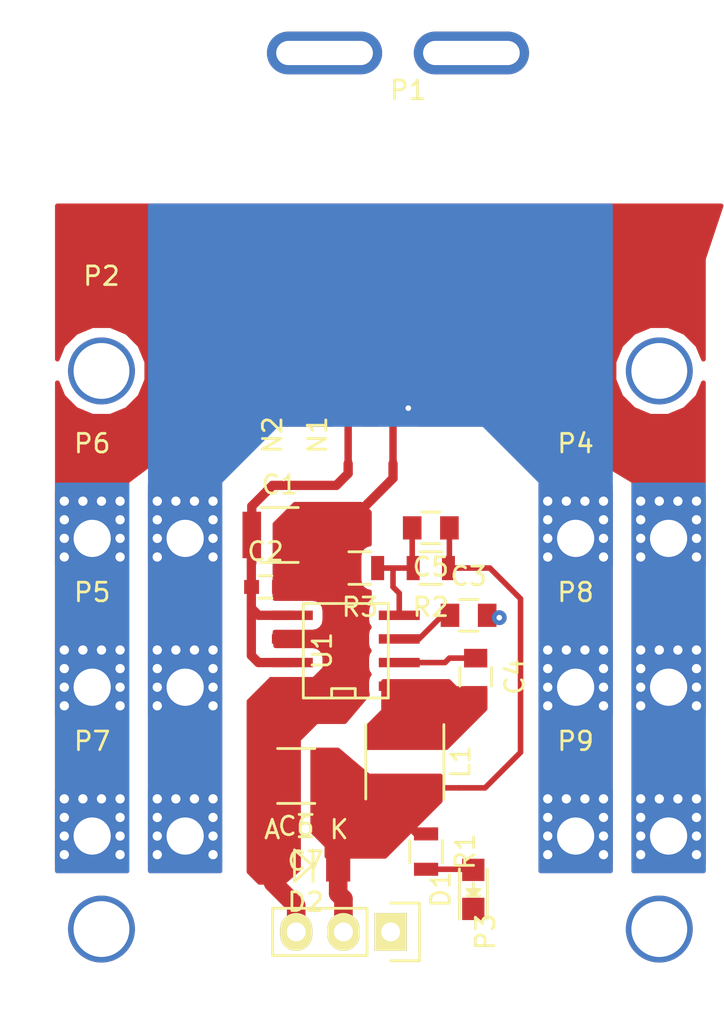
<source format=kicad_pcb>
(kicad_pcb (version 4) (host pcbnew 4.0.4-stable)

  (general
    (links 165)
    (no_connects 6)
    (area 0 0 0 0)
    (thickness 1.6)
    (drawings 0)
    (tracks 85)
    (zones 0)
    (modules 25)
    (nets 12)
  )

  (page A4)
  (layers
    (0 F.Cu signal)
    (31 B.Cu signal)
    (32 B.Adhes user)
    (33 F.Adhes user)
    (34 B.Paste user)
    (35 F.Paste user)
    (36 B.SilkS user)
    (37 F.SilkS user)
    (38 B.Mask user)
    (39 F.Mask user)
    (40 Dwgs.User user)
    (41 Cmts.User user)
    (42 Eco1.User user)
    (43 Eco2.User user)
    (44 Edge.Cuts user)
    (45 Margin user)
    (46 B.CrtYd user)
    (47 F.CrtYd user)
    (48 B.Fab user)
    (49 F.Fab user)
  )

  (setup
    (last_trace_width 0.5)
    (user_trace_width 0.3)
    (user_trace_width 0.5)
    (user_trace_width 1)
    (trace_clearance 0.2)
    (zone_clearance 0.508)
    (zone_45_only no)
    (trace_min 0.2)
    (segment_width 0.2)
    (edge_width 0.15)
    (via_size 0.8)
    (via_drill 0.3)
    (via_min_size 0.4)
    (via_min_drill 0.3)
    (uvia_size 0.3)
    (uvia_drill 0.1)
    (uvias_allowed no)
    (uvia_min_size 0.2)
    (uvia_min_drill 0.1)
    (pcb_text_width 0.3)
    (pcb_text_size 1.5 1.5)
    (mod_edge_width 0.15)
    (mod_text_size 1 1)
    (mod_text_width 0.15)
    (pad_size 1.524 1.524)
    (pad_drill 0.762)
    (pad_to_mask_clearance 0.2)
    (aux_axis_origin 0 0)
    (visible_elements 7FFFF7FF)
    (pcbplotparams
      (layerselection 0x00030_80000001)
      (usegerberextensions false)
      (excludeedgelayer true)
      (linewidth 0.100000)
      (plotframeref false)
      (viasonmask false)
      (mode 1)
      (useauxorigin false)
      (hpglpennumber 1)
      (hpglpenspeed 20)
      (hpglpendiameter 15)
      (hpglpenoverlay 2)
      (psnegative false)
      (psa4output false)
      (plotreference true)
      (plotvalue true)
      (plotinvisibletext false)
      (padsonsilk false)
      (subtractmaskfromsilk false)
      (outputformat 1)
      (mirror false)
      (drillshape 1)
      (scaleselection 1)
      (outputdirectory ""))
  )

  (net 0 "")
  (net 1 /Power_In)
  (net 2 GND)
  (net 3 "Net-(C3-Pad1)")
  (net 4 "Net-(C4-Pad1)")
  (net 5 /SW)
  (net 6 +5V)
  (net 7 /FB)
  (net 8 "Net-(D1-Pad2)")
  (net 9 GNDPWR)
  (net 10 +12V)
  (net 11 "Net-(P3-Pad1)")

  (net_class Default "Dies ist die voreingestellte Netzklasse."
    (clearance 0.2)
    (trace_width 0.25)
    (via_dia 0.8)
    (via_drill 0.3)
    (uvia_dia 0.3)
    (uvia_drill 0.1)
  )

  (net_class Aussen ""
    (clearance 0.5)
    (trace_width 0.25)
    (via_dia 0.8)
    (via_drill 0.3)
    (uvia_dia 0.3)
    (uvia_drill 0.1)
    (add_net +12V)
    (add_net GNDPWR)
  )

  (net_class Innen ""
    (clearance 0.2)
    (trace_width 0.2)
    (via_dia 0.8)
    (via_drill 0.3)
    (uvia_dia 0.3)
    (uvia_drill 0.1)
    (add_net +5V)
    (add_net /FB)
    (add_net /Power_In)
    (add_net /SW)
    (add_net GND)
    (add_net "Net-(C3-Pad1)")
    (add_net "Net-(C4-Pad1)")
    (add_net "Net-(D1-Pad2)")
    (add_net "Net-(P3-Pad1)")
  )

  (module Capacitors_SMD:C_1210 (layer F.Cu) (tedit 5415D85D) (tstamp 58106FCE)
    (at 156.083 59.817)
    (descr "Capacitor SMD 1210, reflow soldering, AVX (see smccp.pdf)")
    (tags "capacitor 1210")
    (path /581055D0)
    (attr smd)
    (fp_text reference C1 (at 0 -2.7) (layer F.SilkS)
      (effects (font (size 1 1) (thickness 0.15)))
    )
    (fp_text value Cin (at 0 2.7) (layer F.Fab)
      (effects (font (size 1 1) (thickness 0.15)))
    )
    (fp_line (start -1.6 1.25) (end -1.6 -1.25) (layer F.Fab) (width 0.15))
    (fp_line (start 1.6 1.25) (end -1.6 1.25) (layer F.Fab) (width 0.15))
    (fp_line (start 1.6 -1.25) (end 1.6 1.25) (layer F.Fab) (width 0.15))
    (fp_line (start -1.6 -1.25) (end 1.6 -1.25) (layer F.Fab) (width 0.15))
    (fp_line (start -2.3 -1.6) (end 2.3 -1.6) (layer F.CrtYd) (width 0.05))
    (fp_line (start -2.3 1.6) (end 2.3 1.6) (layer F.CrtYd) (width 0.05))
    (fp_line (start -2.3 -1.6) (end -2.3 1.6) (layer F.CrtYd) (width 0.05))
    (fp_line (start 2.3 -1.6) (end 2.3 1.6) (layer F.CrtYd) (width 0.05))
    (fp_line (start 1 -1.475) (end -1 -1.475) (layer F.SilkS) (width 0.15))
    (fp_line (start -1 1.475) (end 1 1.475) (layer F.SilkS) (width 0.15))
    (pad 1 smd rect (at -1.5 0) (size 1 2.5) (layers F.Cu F.Paste F.Mask)
      (net 1 /Power_In))
    (pad 2 smd rect (at 1.5 0) (size 1 2.5) (layers F.Cu F.Paste F.Mask)
      (net 2 GND))
    (model Capacitors_SMD.3dshapes/C_1210.wrl
      (at (xyz 0 0 0))
      (scale (xyz 1 1 1))
      (rotate (xyz 0 0 0))
    )
  )

  (module Capacitors_SMD:C_0603 (layer F.Cu) (tedit 5415D631) (tstamp 58106FD4)
    (at 155.321 62.611)
    (descr "Capacitor SMD 0603, reflow soldering, AVX (see smccp.pdf)")
    (tags "capacitor 0603")
    (path /5810562D)
    (attr smd)
    (fp_text reference C2 (at 0 -1.9) (layer F.SilkS)
      (effects (font (size 1 1) (thickness 0.15)))
    )
    (fp_text value Cin100nf (at 0 1.9) (layer F.Fab)
      (effects (font (size 1 1) (thickness 0.15)))
    )
    (fp_line (start -0.8 0.4) (end -0.8 -0.4) (layer F.Fab) (width 0.15))
    (fp_line (start 0.8 0.4) (end -0.8 0.4) (layer F.Fab) (width 0.15))
    (fp_line (start 0.8 -0.4) (end 0.8 0.4) (layer F.Fab) (width 0.15))
    (fp_line (start -0.8 -0.4) (end 0.8 -0.4) (layer F.Fab) (width 0.15))
    (fp_line (start -1.45 -0.75) (end 1.45 -0.75) (layer F.CrtYd) (width 0.05))
    (fp_line (start -1.45 0.75) (end 1.45 0.75) (layer F.CrtYd) (width 0.05))
    (fp_line (start -1.45 -0.75) (end -1.45 0.75) (layer F.CrtYd) (width 0.05))
    (fp_line (start 1.45 -0.75) (end 1.45 0.75) (layer F.CrtYd) (width 0.05))
    (fp_line (start -0.35 -0.6) (end 0.35 -0.6) (layer F.SilkS) (width 0.15))
    (fp_line (start 0.35 0.6) (end -0.35 0.6) (layer F.SilkS) (width 0.15))
    (pad 1 smd rect (at -0.75 0) (size 0.8 0.75) (layers F.Cu F.Paste F.Mask)
      (net 1 /Power_In))
    (pad 2 smd rect (at 0.75 0) (size 0.8 0.75) (layers F.Cu F.Paste F.Mask)
      (net 2 GND))
    (model Capacitors_SMD.3dshapes/C_0603.wrl
      (at (xyz 0 0 0))
      (scale (xyz 1 1 1))
      (rotate (xyz 0 0 0))
    )
  )

  (module Capacitors_SMD:C_0805 (layer F.Cu) (tedit 5415D6EA) (tstamp 58106FDA)
    (at 166.243 64.135)
    (descr "Capacitor SMD 0805, reflow soldering, AVX (see smccp.pdf)")
    (tags "capacitor 0805")
    (path /5810553E)
    (attr smd)
    (fp_text reference C3 (at 0 -2.1) (layer F.SilkS)
      (effects (font (size 1 1) (thickness 0.15)))
    )
    (fp_text value Cvcc (at 0 2.1) (layer F.Fab)
      (effects (font (size 1 1) (thickness 0.15)))
    )
    (fp_line (start -1 0.625) (end -1 -0.625) (layer F.Fab) (width 0.15))
    (fp_line (start 1 0.625) (end -1 0.625) (layer F.Fab) (width 0.15))
    (fp_line (start 1 -0.625) (end 1 0.625) (layer F.Fab) (width 0.15))
    (fp_line (start -1 -0.625) (end 1 -0.625) (layer F.Fab) (width 0.15))
    (fp_line (start -1.8 -1) (end 1.8 -1) (layer F.CrtYd) (width 0.05))
    (fp_line (start -1.8 1) (end 1.8 1) (layer F.CrtYd) (width 0.05))
    (fp_line (start -1.8 -1) (end -1.8 1) (layer F.CrtYd) (width 0.05))
    (fp_line (start 1.8 -1) (end 1.8 1) (layer F.CrtYd) (width 0.05))
    (fp_line (start 0.5 -0.85) (end -0.5 -0.85) (layer F.SilkS) (width 0.15))
    (fp_line (start -0.5 0.85) (end 0.5 0.85) (layer F.SilkS) (width 0.15))
    (pad 1 smd rect (at -1 0) (size 1 1.25) (layers F.Cu F.Paste F.Mask)
      (net 3 "Net-(C3-Pad1)"))
    (pad 2 smd rect (at 1 0) (size 1 1.25) (layers F.Cu F.Paste F.Mask)
      (net 2 GND))
    (model Capacitors_SMD.3dshapes/C_0805.wrl
      (at (xyz 0 0 0))
      (scale (xyz 1 1 1))
      (rotate (xyz 0 0 0))
    )
  )

  (module Capacitors_SMD:C_0805 (layer F.Cu) (tedit 5415D6EA) (tstamp 58106FE0)
    (at 166.624 67.437 270)
    (descr "Capacitor SMD 0805, reflow soldering, AVX (see smccp.pdf)")
    (tags "capacitor 0805")
    (path /58104D5C)
    (attr smd)
    (fp_text reference C4 (at 0 -2.1 270) (layer F.SilkS)
      (effects (font (size 1 1) (thickness 0.15)))
    )
    (fp_text value Cboot (at 0 2.1 270) (layer F.Fab)
      (effects (font (size 1 1) (thickness 0.15)))
    )
    (fp_line (start -1 0.625) (end -1 -0.625) (layer F.Fab) (width 0.15))
    (fp_line (start 1 0.625) (end -1 0.625) (layer F.Fab) (width 0.15))
    (fp_line (start 1 -0.625) (end 1 0.625) (layer F.Fab) (width 0.15))
    (fp_line (start -1 -0.625) (end 1 -0.625) (layer F.Fab) (width 0.15))
    (fp_line (start -1.8 -1) (end 1.8 -1) (layer F.CrtYd) (width 0.05))
    (fp_line (start -1.8 1) (end 1.8 1) (layer F.CrtYd) (width 0.05))
    (fp_line (start -1.8 -1) (end -1.8 1) (layer F.CrtYd) (width 0.05))
    (fp_line (start 1.8 -1) (end 1.8 1) (layer F.CrtYd) (width 0.05))
    (fp_line (start 0.5 -0.85) (end -0.5 -0.85) (layer F.SilkS) (width 0.15))
    (fp_line (start -0.5 0.85) (end 0.5 0.85) (layer F.SilkS) (width 0.15))
    (pad 1 smd rect (at -1 0 270) (size 1 1.25) (layers F.Cu F.Paste F.Mask)
      (net 4 "Net-(C4-Pad1)"))
    (pad 2 smd rect (at 1 0 270) (size 1 1.25) (layers F.Cu F.Paste F.Mask)
      (net 5 /SW))
    (model Capacitors_SMD.3dshapes/C_0805.wrl
      (at (xyz 0 0 0))
      (scale (xyz 1 1 1))
      (rotate (xyz 0 0 0))
    )
  )

  (module Capacitors_SMD:C_0805 (layer F.Cu) (tedit 5415D6EA) (tstamp 58106FE6)
    (at 164.211 59.436 180)
    (descr "Capacitor SMD 0805, reflow soldering, AVX (see smccp.pdf)")
    (tags "capacitor 0805")
    (path /58104F96)
    (attr smd)
    (fp_text reference C5 (at 0 -2.1 180) (layer F.SilkS)
      (effects (font (size 1 1) (thickness 0.15)))
    )
    (fp_text value Cff (at 0 2.1 180) (layer F.Fab)
      (effects (font (size 1 1) (thickness 0.15)))
    )
    (fp_line (start -1 0.625) (end -1 -0.625) (layer F.Fab) (width 0.15))
    (fp_line (start 1 0.625) (end -1 0.625) (layer F.Fab) (width 0.15))
    (fp_line (start 1 -0.625) (end 1 0.625) (layer F.Fab) (width 0.15))
    (fp_line (start -1 -0.625) (end 1 -0.625) (layer F.Fab) (width 0.15))
    (fp_line (start -1.8 -1) (end 1.8 -1) (layer F.CrtYd) (width 0.05))
    (fp_line (start -1.8 1) (end 1.8 1) (layer F.CrtYd) (width 0.05))
    (fp_line (start -1.8 -1) (end -1.8 1) (layer F.CrtYd) (width 0.05))
    (fp_line (start 1.8 -1) (end 1.8 1) (layer F.CrtYd) (width 0.05))
    (fp_line (start 0.5 -0.85) (end -0.5 -0.85) (layer F.SilkS) (width 0.15))
    (fp_line (start -0.5 0.85) (end 0.5 0.85) (layer F.SilkS) (width 0.15))
    (pad 1 smd rect (at -1 0 180) (size 1 1.25) (layers F.Cu F.Paste F.Mask)
      (net 6 +5V))
    (pad 2 smd rect (at 1 0 180) (size 1 1.25) (layers F.Cu F.Paste F.Mask)
      (net 7 /FB))
    (model Capacitors_SMD.3dshapes/C_0805.wrl
      (at (xyz 0 0 0))
      (scale (xyz 1 1 1))
      (rotate (xyz 0 0 0))
    )
  )

  (module Capacitors_SMD:C_1210 (layer F.Cu) (tedit 5415D85D) (tstamp 58106FEC)
    (at 156.972 72.771 180)
    (descr "Capacitor SMD 1210, reflow soldering, AVX (see smccp.pdf)")
    (tags "capacitor 1210")
    (path /58105401)
    (attr smd)
    (fp_text reference C6 (at 0 -2.7 180) (layer F.SilkS)
      (effects (font (size 1 1) (thickness 0.15)))
    )
    (fp_text value Cout (at 0 2.7 180) (layer F.Fab)
      (effects (font (size 1 1) (thickness 0.15)))
    )
    (fp_line (start -1.6 1.25) (end -1.6 -1.25) (layer F.Fab) (width 0.15))
    (fp_line (start 1.6 1.25) (end -1.6 1.25) (layer F.Fab) (width 0.15))
    (fp_line (start 1.6 -1.25) (end 1.6 1.25) (layer F.Fab) (width 0.15))
    (fp_line (start -1.6 -1.25) (end 1.6 -1.25) (layer F.Fab) (width 0.15))
    (fp_line (start -2.3 -1.6) (end 2.3 -1.6) (layer F.CrtYd) (width 0.05))
    (fp_line (start -2.3 1.6) (end 2.3 1.6) (layer F.CrtYd) (width 0.05))
    (fp_line (start -2.3 -1.6) (end -2.3 1.6) (layer F.CrtYd) (width 0.05))
    (fp_line (start 2.3 -1.6) (end 2.3 1.6) (layer F.CrtYd) (width 0.05))
    (fp_line (start 1 -1.475) (end -1 -1.475) (layer F.SilkS) (width 0.15))
    (fp_line (start -1 1.475) (end 1 1.475) (layer F.SilkS) (width 0.15))
    (pad 1 smd rect (at -1.5 0 180) (size 1 2.5) (layers F.Cu F.Paste F.Mask)
      (net 6 +5V))
    (pad 2 smd rect (at 1.5 0 180) (size 1 2.5) (layers F.Cu F.Paste F.Mask)
      (net 2 GND))
    (model Capacitors_SMD.3dshapes/C_1210.wrl
      (at (xyz 0 0 0))
      (scale (xyz 1 1 1))
      (rotate (xyz 0 0 0))
    )
  )

  (module Capacitors_SMD:C_0603 (layer F.Cu) (tedit 5415D631) (tstamp 58106FF2)
    (at 157.48 75.438 180)
    (descr "Capacitor SMD 0603, reflow soldering, AVX (see smccp.pdf)")
    (tags "capacitor 0603")
    (path /58105490)
    (attr smd)
    (fp_text reference C7 (at 0 -1.9 180) (layer F.SilkS)
      (effects (font (size 1 1) (thickness 0.15)))
    )
    (fp_text value Cout100nf (at 0 1.9 180) (layer F.Fab)
      (effects (font (size 1 1) (thickness 0.15)))
    )
    (fp_line (start -0.8 0.4) (end -0.8 -0.4) (layer F.Fab) (width 0.15))
    (fp_line (start 0.8 0.4) (end -0.8 0.4) (layer F.Fab) (width 0.15))
    (fp_line (start 0.8 -0.4) (end 0.8 0.4) (layer F.Fab) (width 0.15))
    (fp_line (start -0.8 -0.4) (end 0.8 -0.4) (layer F.Fab) (width 0.15))
    (fp_line (start -1.45 -0.75) (end 1.45 -0.75) (layer F.CrtYd) (width 0.05))
    (fp_line (start -1.45 0.75) (end 1.45 0.75) (layer F.CrtYd) (width 0.05))
    (fp_line (start -1.45 -0.75) (end -1.45 0.75) (layer F.CrtYd) (width 0.05))
    (fp_line (start 1.45 -0.75) (end 1.45 0.75) (layer F.CrtYd) (width 0.05))
    (fp_line (start -0.35 -0.6) (end 0.35 -0.6) (layer F.SilkS) (width 0.15))
    (fp_line (start 0.35 0.6) (end -0.35 0.6) (layer F.SilkS) (width 0.15))
    (pad 1 smd rect (at -0.75 0 180) (size 0.8 0.75) (layers F.Cu F.Paste F.Mask)
      (net 6 +5V))
    (pad 2 smd rect (at 0.75 0 180) (size 0.8 0.75) (layers F.Cu F.Paste F.Mask)
      (net 2 GND))
    (model Capacitors_SMD.3dshapes/C_0603.wrl
      (at (xyz 0 0 0))
      (scale (xyz 1 1 1))
      (rotate (xyz 0 0 0))
    )
  )

  (module LEDs:LED_0805 (layer F.Cu) (tedit 55BDE1C2) (tstamp 58106FF8)
    (at 166.497 78.867 90)
    (descr "LED 0805 smd package")
    (tags "LED 0805 SMD")
    (path /580F39C8)
    (attr smd)
    (fp_text reference D1 (at 0 -1.75 90) (layer F.SilkS)
      (effects (font (size 1 1) (thickness 0.15)))
    )
    (fp_text value LED (at 0 1.75 90) (layer F.Fab)
      (effects (font (size 1 1) (thickness 0.15)))
    )
    (fp_line (start -0.4 -0.3) (end -0.4 0.3) (layer F.Fab) (width 0.15))
    (fp_line (start -0.3 0) (end 0 -0.3) (layer F.Fab) (width 0.15))
    (fp_line (start 0 0.3) (end -0.3 0) (layer F.Fab) (width 0.15))
    (fp_line (start 0 -0.3) (end 0 0.3) (layer F.Fab) (width 0.15))
    (fp_line (start 1 -0.6) (end -1 -0.6) (layer F.Fab) (width 0.15))
    (fp_line (start 1 0.6) (end 1 -0.6) (layer F.Fab) (width 0.15))
    (fp_line (start -1 0.6) (end 1 0.6) (layer F.Fab) (width 0.15))
    (fp_line (start -1 -0.6) (end -1 0.6) (layer F.Fab) (width 0.15))
    (fp_line (start -1.6 0.75) (end 1.1 0.75) (layer F.SilkS) (width 0.15))
    (fp_line (start -1.6 -0.75) (end 1.1 -0.75) (layer F.SilkS) (width 0.15))
    (fp_line (start -0.1 0.15) (end -0.1 -0.1) (layer F.SilkS) (width 0.15))
    (fp_line (start -0.1 -0.1) (end -0.25 0.05) (layer F.SilkS) (width 0.15))
    (fp_line (start -0.35 -0.35) (end -0.35 0.35) (layer F.SilkS) (width 0.15))
    (fp_line (start 0 0) (end 0.35 0) (layer F.SilkS) (width 0.15))
    (fp_line (start -0.35 0) (end 0 -0.35) (layer F.SilkS) (width 0.15))
    (fp_line (start 0 -0.35) (end 0 0.35) (layer F.SilkS) (width 0.15))
    (fp_line (start 0 0.35) (end -0.35 0) (layer F.SilkS) (width 0.15))
    (fp_line (start 1.9 -0.95) (end 1.9 0.95) (layer F.CrtYd) (width 0.05))
    (fp_line (start 1.9 0.95) (end -1.9 0.95) (layer F.CrtYd) (width 0.05))
    (fp_line (start -1.9 0.95) (end -1.9 -0.95) (layer F.CrtYd) (width 0.05))
    (fp_line (start -1.9 -0.95) (end 1.9 -0.95) (layer F.CrtYd) (width 0.05))
    (pad 2 smd rect (at 1.04902 0 270) (size 1.19888 1.19888) (layers F.Cu F.Paste F.Mask)
      (net 8 "Net-(D1-Pad2)"))
    (pad 1 smd rect (at -1.04902 0 270) (size 1.19888 1.19888) (layers F.Cu F.Paste F.Mask)
      (net 2 GND))
    (model LEDs.3dshapes/LED_0805.wrl
      (at (xyz 0 0 0))
      (scale (xyz 1 1 1))
      (rotate (xyz 0 0 0))
    )
  )

  (module Inductors:Inductor_Taiyo-Yuden_MD-4040 (layer F.Cu) (tedit 57461BF5) (tstamp 58106FFE)
    (at 162.814 72.009 270)
    (descr "Inductor, Taiyo Yuden, MD series, Taiyo-Yuden_MD-4040, 4.0mmx4.0mm")
    (tags "inductor taiyo-yuden md smd")
    (path /58104CFF)
    (attr smd)
    (fp_text reference L1 (at 0 -3 270) (layer F.SilkS)
      (effects (font (size 1 1) (thickness 0.15)))
    )
    (fp_text value L (at 0 3.5 270) (layer F.Fab)
      (effects (font (size 1 1) (thickness 0.15)))
    )
    (fp_line (start -2 -2) (end -2 2) (layer F.Fab) (width 0.15))
    (fp_line (start -2 2) (end 2 2) (layer F.Fab) (width 0.15))
    (fp_line (start 2 2) (end 2 -2) (layer F.Fab) (width 0.15))
    (fp_line (start 2 -2) (end -2 -2) (layer F.Fab) (width 0.15))
    (fp_line (start -2 -2.1) (end 2 -2.1) (layer F.SilkS) (width 0.15))
    (fp_line (start -2 2.1) (end 2 2.1) (layer F.SilkS) (width 0.15))
    (fp_line (start -2.25 -2.25) (end -2.25 2.25) (layer F.CrtYd) (width 0.05))
    (fp_line (start -2.25 2.25) (end 2.25 2.25) (layer F.CrtYd) (width 0.05))
    (fp_line (start 2.25 2.25) (end 2.25 -2.25) (layer F.CrtYd) (width 0.05))
    (fp_line (start 2.25 -2.25) (end -2.25 -2.25) (layer F.CrtYd) (width 0.05))
    (pad 1 smd rect (at -1.4 0 270) (size 1.2 3.7) (layers F.Cu F.Paste F.Mask)
      (net 5 /SW))
    (pad 2 smd rect (at 1.4 0 270) (size 1.2 3.7) (layers F.Cu F.Paste F.Mask)
      (net 6 +5V))
    (model Inductors.3dshapes/Inductor_Taiyo-Yuden_MD-4040.wrl
      (at (xyz 0 0 0))
      (scale (xyz 1 1 1))
      (rotate (xyz 0 0 0))
    )
  )

  (module Pin_Headers:Pin_Header_Straight_1x03 (layer F.Cu) (tedit 0) (tstamp 58107027)
    (at 162.052 81.153 270)
    (descr "Through hole pin header")
    (tags "pin header")
    (path /581068A2)
    (fp_text reference P3 (at 0 -5.1 270) (layer F.SilkS)
      (effects (font (size 1 1) (thickness 0.15)))
    )
    (fp_text value CONN_01X03 (at 0 -3.1 270) (layer F.Fab)
      (effects (font (size 1 1) (thickness 0.15)))
    )
    (fp_line (start -1.75 -1.75) (end -1.75 6.85) (layer F.CrtYd) (width 0.05))
    (fp_line (start 1.75 -1.75) (end 1.75 6.85) (layer F.CrtYd) (width 0.05))
    (fp_line (start -1.75 -1.75) (end 1.75 -1.75) (layer F.CrtYd) (width 0.05))
    (fp_line (start -1.75 6.85) (end 1.75 6.85) (layer F.CrtYd) (width 0.05))
    (fp_line (start -1.27 1.27) (end -1.27 6.35) (layer F.SilkS) (width 0.15))
    (fp_line (start -1.27 6.35) (end 1.27 6.35) (layer F.SilkS) (width 0.15))
    (fp_line (start 1.27 6.35) (end 1.27 1.27) (layer F.SilkS) (width 0.15))
    (fp_line (start 1.55 -1.55) (end 1.55 0) (layer F.SilkS) (width 0.15))
    (fp_line (start 1.27 1.27) (end -1.27 1.27) (layer F.SilkS) (width 0.15))
    (fp_line (start -1.55 0) (end -1.55 -1.55) (layer F.SilkS) (width 0.15))
    (fp_line (start -1.55 -1.55) (end 1.55 -1.55) (layer F.SilkS) (width 0.15))
    (pad 1 thru_hole rect (at 0 0 270) (size 2.032 1.7272) (drill 1.016) (layers *.Cu *.Mask F.SilkS)
      (net 11 "Net-(P3-Pad1)"))
    (pad 2 thru_hole oval (at 0 2.54 270) (size 2.032 1.7272) (drill 1.016) (layers *.Cu *.Mask F.SilkS)
      (net 6 +5V))
    (pad 3 thru_hole oval (at 0 5.08 270) (size 2.032 1.7272) (drill 1.016) (layers *.Cu *.Mask F.SilkS)
      (net 2 GND))
    (model Pin_Headers.3dshapes/Pin_Header_Straight_1x03.wrl
      (at (xyz 0 -0.1 0))
      (scale (xyz 1 1 1))
      (rotate (xyz 0 0 90))
    )
  )

  (module Resistors_SMD:R_0805 (layer F.Cu) (tedit 5415CDEB) (tstamp 5810702D)
    (at 163.957 76.835 270)
    (descr "Resistor SMD 0805, reflow soldering, Vishay (see dcrcw.pdf)")
    (tags "resistor 0805")
    (path /580F3A35)
    (attr smd)
    (fp_text reference R1 (at 0 -2.1 270) (layer F.SilkS)
      (effects (font (size 1 1) (thickness 0.15)))
    )
    (fp_text value R (at 0 2.1 270) (layer F.Fab)
      (effects (font (size 1 1) (thickness 0.15)))
    )
    (fp_line (start -1.6 -1) (end 1.6 -1) (layer F.CrtYd) (width 0.05))
    (fp_line (start -1.6 1) (end 1.6 1) (layer F.CrtYd) (width 0.05))
    (fp_line (start -1.6 -1) (end -1.6 1) (layer F.CrtYd) (width 0.05))
    (fp_line (start 1.6 -1) (end 1.6 1) (layer F.CrtYd) (width 0.05))
    (fp_line (start 0.6 0.875) (end -0.6 0.875) (layer F.SilkS) (width 0.15))
    (fp_line (start -0.6 -0.875) (end 0.6 -0.875) (layer F.SilkS) (width 0.15))
    (pad 1 smd rect (at -0.95 0 270) (size 0.7 1.3) (layers F.Cu F.Paste F.Mask)
      (net 6 +5V))
    (pad 2 smd rect (at 0.95 0 270) (size 0.7 1.3) (layers F.Cu F.Paste F.Mask)
      (net 8 "Net-(D1-Pad2)"))
    (model Resistors_SMD.3dshapes/R_0805.wrl
      (at (xyz 0 0 0))
      (scale (xyz 1 1 1))
      (rotate (xyz 0 0 0))
    )
  )

  (module Resistors_SMD:R_0805 (layer F.Cu) (tedit 5415CDEB) (tstamp 58107033)
    (at 164.211 61.595 180)
    (descr "Resistor SMD 0805, reflow soldering, Vishay (see dcrcw.pdf)")
    (tags "resistor 0805")
    (path /58104F23)
    (attr smd)
    (fp_text reference R2 (at 0 -2.1 180) (layer F.SilkS)
      (effects (font (size 1 1) (thickness 0.15)))
    )
    (fp_text value Rfbt (at 0 2.1 180) (layer F.Fab)
      (effects (font (size 1 1) (thickness 0.15)))
    )
    (fp_line (start -1.6 -1) (end 1.6 -1) (layer F.CrtYd) (width 0.05))
    (fp_line (start -1.6 1) (end 1.6 1) (layer F.CrtYd) (width 0.05))
    (fp_line (start -1.6 -1) (end -1.6 1) (layer F.CrtYd) (width 0.05))
    (fp_line (start 1.6 -1) (end 1.6 1) (layer F.CrtYd) (width 0.05))
    (fp_line (start 0.6 0.875) (end -0.6 0.875) (layer F.SilkS) (width 0.15))
    (fp_line (start -0.6 -0.875) (end 0.6 -0.875) (layer F.SilkS) (width 0.15))
    (pad 1 smd rect (at -0.95 0 180) (size 0.7 1.3) (layers F.Cu F.Paste F.Mask)
      (net 6 +5V))
    (pad 2 smd rect (at 0.95 0 180) (size 0.7 1.3) (layers F.Cu F.Paste F.Mask)
      (net 7 /FB))
    (model Resistors_SMD.3dshapes/R_0805.wrl
      (at (xyz 0 0 0))
      (scale (xyz 1 1 1))
      (rotate (xyz 0 0 0))
    )
  )

  (module Resistors_SMD:R_0805 (layer F.Cu) (tedit 5415CDEB) (tstamp 58107039)
    (at 160.401 61.595 180)
    (descr "Resistor SMD 0805, reflow soldering, Vishay (see dcrcw.pdf)")
    (tags "resistor 0805")
    (path /58104F62)
    (attr smd)
    (fp_text reference R3 (at 0 -2.1 180) (layer F.SilkS)
      (effects (font (size 1 1) (thickness 0.15)))
    )
    (fp_text value Rrfbb (at 0 2.1 180) (layer F.Fab)
      (effects (font (size 1 1) (thickness 0.15)))
    )
    (fp_line (start -1.6 -1) (end 1.6 -1) (layer F.CrtYd) (width 0.05))
    (fp_line (start -1.6 1) (end 1.6 1) (layer F.CrtYd) (width 0.05))
    (fp_line (start -1.6 -1) (end -1.6 1) (layer F.CrtYd) (width 0.05))
    (fp_line (start 1.6 -1) (end 1.6 1) (layer F.CrtYd) (width 0.05))
    (fp_line (start 0.6 0.875) (end -0.6 0.875) (layer F.SilkS) (width 0.15))
    (fp_line (start -0.6 -0.875) (end 0.6 -0.875) (layer F.SilkS) (width 0.15))
    (pad 1 smd rect (at -0.95 0 180) (size 0.7 1.3) (layers F.Cu F.Paste F.Mask)
      (net 7 /FB))
    (pad 2 smd rect (at 0.95 0 180) (size 0.7 1.3) (layers F.Cu F.Paste F.Mask)
      (net 2 GND))
    (model Resistors_SMD.3dshapes/R_0805.wrl
      (at (xyz 0 0 0))
      (scale (xyz 1 1 1))
      (rotate (xyz 0 0 0))
    )
  )

  (module Sven_FP:NetTie-04 (layer F.Cu) (tedit 5810720A) (tstamp 58107493)
    (at 162.179 54.483 270)
    (descr "Just a \"Net tie\" as an more or less elegant way to connect two different nets without disturbing ERC and DRC.")
    (tags "Just a \"Net tie\" as an more or less elegant way to connect two different nets without disturbing ERC and DRC.")
    (path /581060D7)
    (fp_text reference N1 (at -0.04064 4.06908 270) (layer F.SilkS)
      (effects (font (size 1 1) (thickness 0.15)))
    )
    (fp_text value NetTie (at 0 -3.048 270) (layer F.Fab)
      (effects (font (size 1 1) (thickness 0.15)))
    )
    (fp_line (start 1.5 0) (end -1.5 0) (layer F.Cu) (width 0.4))
    (pad 1 smd rect (at -1.5 0 270) (size 0.4 0.4) (layers F.Cu)
      (net 9 GNDPWR))
    (pad 2 smd rect (at 1.5 0 270) (size 0.4 0.4) (layers F.Cu)
      (net 2 GND))
  )

  (module Sven_FP:NetTie-04 (layer F.Cu) (tedit 5810720A) (tstamp 58107498)
    (at 159.766 54.483 270)
    (descr "Just a \"Net tie\" as an more or less elegant way to connect two different nets without disturbing ERC and DRC.")
    (tags "Just a \"Net tie\" as an more or less elegant way to connect two different nets without disturbing ERC and DRC.")
    (path /58105FD3)
    (fp_text reference N2 (at -0.04064 4.06908 270) (layer F.SilkS)
      (effects (font (size 1 1) (thickness 0.15)))
    )
    (fp_text value NetTie (at 0 -3.048 270) (layer F.Fab)
      (effects (font (size 1 1) (thickness 0.15)))
    )
    (fp_line (start 1.5 0) (end -1.5 0) (layer F.Cu) (width 0.4))
    (pad 1 smd rect (at -1.5 0 270) (size 0.4 0.4) (layers F.Cu)
      (net 10 +12V))
    (pad 2 smd rect (at 1.5 0 270) (size 0.4 0.4) (layers F.Cu)
      (net 1 /Power_In))
  )

  (module Sven_FP:PowerPole_1x2 (layer F.Cu) (tedit 581079B3) (tstamp 58107BA9)
    (at 158.496 33.909)
    (path /581069DD)
    (fp_text reference P1 (at 4.5 2) (layer F.SilkS)
      (effects (font (size 1 1) (thickness 0.15)))
    )
    (fp_text value CONN_01X02 (at 4 -2) (layer F.Fab)
      (effects (font (size 1 1) (thickness 0.15)))
    )
    (pad 1 thru_hole oval (at 0 0) (size 6.2 2.3) (drill oval 5.2 1.3) (layers *.Cu *.Mask)
      (net 9 GNDPWR))
    (pad 2 thru_hole oval (at 7.9 0) (size 6.2 2.3) (drill oval 5.2 1.3) (layers *.Cu *.Mask)
      (net 10 +12V))
  )

  (module Diodes_SMD:MiniMELF_Standard (layer F.Cu) (tedit 55364937) (tstamp 5811B433)
    (at 157.48 77.597 180)
    (descr "Diode Mini-MELF Standard")
    (tags "Diode Mini-MELF Standard")
    (path /58123E47)
    (attr smd)
    (fp_text reference D2 (at 0 -1.95 180) (layer F.SilkS)
      (effects (font (size 1 1) (thickness 0.15)))
    )
    (fp_text value TVS (at 0 3.81 180) (layer F.Fab)
      (effects (font (size 1 1) (thickness 0.15)))
    )
    (fp_line (start -2.55 -1) (end 2.55 -1) (layer F.CrtYd) (width 0.05))
    (fp_line (start 2.55 -1) (end 2.55 1) (layer F.CrtYd) (width 0.05))
    (fp_line (start 2.55 1) (end -2.55 1) (layer F.CrtYd) (width 0.05))
    (fp_line (start -2.55 1) (end -2.55 -1) (layer F.CrtYd) (width 0.05))
    (fp_line (start -0.40024 0.0508) (end 0.60052 -0.85) (layer F.SilkS) (width 0.15))
    (fp_line (start 0.60052 -0.85) (end 0.60052 0.85) (layer F.SilkS) (width 0.15))
    (fp_line (start 0.60052 0.85) (end -0.40024 0) (layer F.SilkS) (width 0.15))
    (fp_line (start -0.40024 -0.85) (end -0.40024 0.85) (layer F.SilkS) (width 0.15))
    (fp_text user K (at -1.8 1.95 180) (layer F.SilkS)
      (effects (font (size 1 1) (thickness 0.15)))
    )
    (fp_text user A (at 1.8 1.95 180) (layer F.SilkS)
      (effects (font (size 1 1) (thickness 0.15)))
    )
    (fp_circle (center 0 0) (end 0 0.55118) (layer F.Adhes) (width 0.381))
    (fp_circle (center 0 0) (end 0 0.20066) (layer F.Adhes) (width 0.381))
    (pad 1 smd rect (at -1.75006 0 180) (size 1.30048 1.69926) (layers F.Cu F.Paste F.Mask)
      (net 6 +5V))
    (pad 2 smd rect (at 1.75006 0 180) (size 1.30048 1.69926) (layers F.Cu F.Paste F.Mask)
      (net 2 GND))
    (model Diodes_SMD.3dshapes/MiniMELF_Standard.wrl
      (at (xyz 0 0 0))
      (scale (xyz 0.3937 0.3937 0.3937))
      (rotate (xyz 0 0 0))
    )
  )

  (module Sven_FP:HSOIC-8-Pad (layer F.Cu) (tedit 58109038) (tstamp 5811C8BD)
    (at 159.639 66.04 90)
    (descr "Module Narrow CMS SOJ 8 pins large")
    (tags "CMS SOJ")
    (path /580F3E42)
    (attr smd)
    (fp_text reference U1 (at 0 -1.27 90) (layer F.SilkS)
      (effects (font (size 1 1) (thickness 0.15)))
    )
    (fp_text value LMR23625CDDA (at 0 1.27 90) (layer F.Fab)
      (effects (font (size 1 1) (thickness 0.15)))
    )
    (fp_line (start -2.54 -2.286) (end 2.54 -2.286) (layer F.SilkS) (width 0.15))
    (fp_line (start 2.54 -2.286) (end 2.54 2.286) (layer F.SilkS) (width 0.15))
    (fp_line (start 2.54 2.286) (end -2.54 2.286) (layer F.SilkS) (width 0.15))
    (fp_line (start -2.54 2.286) (end -2.54 -2.286) (layer F.SilkS) (width 0.15))
    (fp_line (start -2.54 -0.762) (end -2.032 -0.762) (layer F.SilkS) (width 0.15))
    (fp_line (start -2.032 -0.762) (end -2.032 0.508) (layer F.SilkS) (width 0.15))
    (fp_line (start -2.032 0.508) (end -2.54 0.508) (layer F.SilkS) (width 0.15))
    (pad 8 smd rect (at -1.905 -2.875 90) (size 0.508 2.2) (layers F.Cu F.Paste F.Mask)
      (net 2 GND))
    (pad 7 smd rect (at -0.635 -2.875 90) (size 0.508 2.2) (layers F.Cu F.Paste F.Mask)
      (net 1 /Power_In))
    (pad 6 smd rect (at 0.635 -2.875 90) (size 0.508 2.2) (layers F.Cu F.Paste F.Mask)
      (net 2 GND))
    (pad 5 smd rect (at 1.905 -2.875 90) (size 0.508 2.2) (layers F.Cu F.Paste F.Mask)
      (net 1 /Power_In))
    (pad 4 smd rect (at 1.905 2.875 90) (size 0.508 2.2) (layers F.Cu F.Paste F.Mask)
      (net 7 /FB))
    (pad 3 smd rect (at 0.635 2.875 90) (size 0.508 2.2) (layers F.Cu F.Paste F.Mask)
      (net 3 "Net-(C3-Pad1)"))
    (pad 2 smd rect (at -0.635 2.875 90) (size 0.508 2.2) (layers F.Cu F.Paste F.Mask)
      (net 4 "Net-(C4-Pad1)"))
    (pad 1 smd rect (at -1.905 2.875 90) (size 0.508 2.2) (layers F.Cu F.Paste F.Mask)
      (net 5 /SW))
    (pad 9 smd rect (at 0 0 90) (size 3.1 2.4) (layers F.Cu F.Paste F.Mask)
      (net 2 GND))
    (model SMD_Packages.3dshapes/SOIC-8-N.wrl
      (at (xyz 0 0 0))
      (scale (xyz 0.5 0.38 0.5))
      (rotate (xyz 0 0 0))
    )
  )

  (module Sven_FP:Mounting_30x30 (layer F.Cu) (tedit 5811CF46) (tstamp 5811D570)
    (at 146.5 51)
    (descr "Through hole pin header")
    (tags "pin header")
    (path /581252D8)
    (fp_text reference P2 (at 0 -5.1) (layer F.SilkS)
      (effects (font (size 1 1) (thickness 0.15)))
    )
    (fp_text value CONN_01X01 (at 0 -3.1) (layer F.Fab)
      (effects (font (size 1 1) (thickness 0.15)))
    )
    (pad N thru_hole circle (at 30 0) (size 3.6 3.6) (drill 3) (layers *.Cu *.Mask))
    (pad N thru_hole circle (at 0 30) (size 3.6 3.6) (drill 3) (layers *.Cu *.Mask))
    (pad N thru_hole circle (at 30 30) (size 3.6 3.6) (drill 3) (layers *.Cu *.Mask))
    (pad N thru_hole circle (at 0 0) (size 3.6 3.6) (drill 3) (layers *.Cu *.Mask))
    (model Pin_Headers.3dshapes/Pin_Header_Straight_2x06.wrl
      (at (xyz 0.05 -0.25 0))
      (scale (xyz 1 1 1))
      (rotate (xyz 0 0 90))
    )
  )

  (module Sven_FP:Conn_HC_2 (layer F.Cu) (tedit 5811D1E1) (tstamp 5811D5FC)
    (at 172 68)
    (descr "Through hole pin header")
    (tags "pin header")
    (path /5812788D)
    (fp_text reference P8 (at 0 -5.1) (layer F.SilkS)
      (effects (font (size 1 1) (thickness 0.15)))
    )
    (fp_text value CONN_01X02 (at 0 -3.1) (layer F.Fab)
      (effects (font (size 1 1) (thickness 0.15)))
    )
    (pad 1 thru_hole rect (at 0 0) (size 3 3) (drill 2) (layers *.Cu *.Mask)
      (net 9 GNDPWR))
    (pad 2 thru_hole rect (at 5 0) (size 3 3) (drill 2) (layers *.Cu *.Mask)
      (net 10 +12V))
    (pad 1 thru_hole rect (at 1.5 1) (size 1 1) (drill 0.5) (layers *.Cu *.Mask)
      (net 9 GNDPWR))
    (pad 1 thru_hole rect (at 1.5 0) (size 1 1) (drill 0.5) (layers *.Cu *.Mask)
      (net 9 GNDPWR))
    (pad 1 thru_hole rect (at 1.5 -1) (size 1 1) (drill 0.5) (layers *.Cu *.Mask)
      (net 9 GNDPWR))
    (pad 1 thru_hole rect (at 1.5 -2) (size 1 1) (drill 0.5) (layers *.Cu *.Mask)
      (net 9 GNDPWR))
    (pad 1 thru_hole rect (at 0.5 -2) (size 1 1) (drill 0.5) (layers *.Cu *.Mask)
      (net 9 GNDPWR))
    (pad 1 thru_hole rect (at -0.5 -2) (size 1 1) (drill 0.5) (layers *.Cu *.Mask)
      (net 9 GNDPWR))
    (pad 1 thru_hole rect (at -1.5 -2) (size 1 1) (drill 0.5) (layers *.Cu *.Mask)
      (net 9 GNDPWR))
    (pad 1 thru_hole rect (at -1.5 -1) (size 1 1) (drill 0.5) (layers *.Cu *.Mask)
      (net 9 GNDPWR))
    (pad 1 thru_hole rect (at -1.5 0) (size 1 1) (drill 0.5) (layers *.Cu *.Mask)
      (net 9 GNDPWR))
    (pad 1 thru_hole rect (at -1.5 1) (size 1 1) (drill 0.5) (layers *.Cu *.Mask)
      (net 9 GNDPWR))
    (pad 2 thru_hole rect (at 3.5 1) (size 1 1) (drill 0.5) (layers *.Cu *.Mask)
      (net 10 +12V))
    (pad 2 thru_hole rect (at 3.5 0) (size 1 1) (drill 0.5) (layers *.Cu *.Mask)
      (net 10 +12V))
    (pad 2 thru_hole rect (at 3.5 -1) (size 1 1) (drill 0.5) (layers *.Cu *.Mask)
      (net 10 +12V))
    (pad 2 thru_hole rect (at 3.5 -2) (size 1 1) (drill 0.5) (layers *.Cu *.Mask)
      (net 10 +12V))
    (pad 2 thru_hole rect (at 4.5 -2) (size 1 1) (drill 0.5) (layers *.Cu *.Mask)
      (net 10 +12V))
    (pad 2 thru_hole rect (at 5.5 -2) (size 1 1) (drill 0.5) (layers *.Cu *.Mask)
      (net 10 +12V))
    (pad 2 thru_hole rect (at 6.5 -2) (size 1 1) (drill 0.5) (layers *.Cu *.Mask)
      (net 10 +12V))
    (pad 2 thru_hole rect (at 6.5 -1) (size 1 1) (drill 0.5) (layers *.Cu *.Mask)
      (net 10 +12V))
    (pad 2 thru_hole rect (at 6.5 0) (size 1 1) (drill 0.5) (layers *.Cu *.Mask)
      (net 10 +12V))
    (pad 2 thru_hole rect (at 6.5 1) (size 1 1) (drill 0.5) (layers *.Cu *.Mask)
      (net 10 +12V))
    (model Pin_Headers.3dshapes/Pin_Header_Straight_2x06.wrl
      (at (xyz 0.05 -0.25 0))
      (scale (xyz 1 1 1))
      (rotate (xyz 0 0 90))
    )
  )

  (module Sven_FP:Conn_HC_2 (layer F.Cu) (tedit 5811D1E1) (tstamp 5811D5C4)
    (at 146 60)
    (descr "Through hole pin header")
    (tags "pin header")
    (path /5812789F)
    (fp_text reference P6 (at 0 -5.1) (layer F.SilkS)
      (effects (font (size 1 1) (thickness 0.15)))
    )
    (fp_text value CONN_01X02 (at 0 -3.1) (layer F.Fab)
      (effects (font (size 1 1) (thickness 0.15)))
    )
    (pad 1 thru_hole rect (at 0 0) (size 3 3) (drill 2) (layers *.Cu *.Mask)
      (net 10 +12V))
    (pad 2 thru_hole rect (at 5 0) (size 3 3) (drill 2) (layers *.Cu *.Mask)
      (net 9 GNDPWR))
    (pad 1 thru_hole rect (at 1.5 1) (size 1 1) (drill 0.5) (layers *.Cu *.Mask)
      (net 10 +12V))
    (pad 1 thru_hole rect (at 1.5 0) (size 1 1) (drill 0.5) (layers *.Cu *.Mask)
      (net 10 +12V))
    (pad 1 thru_hole rect (at 1.5 -1) (size 1 1) (drill 0.5) (layers *.Cu *.Mask)
      (net 10 +12V))
    (pad 1 thru_hole rect (at 1.5 -2) (size 1 1) (drill 0.5) (layers *.Cu *.Mask)
      (net 10 +12V))
    (pad 1 thru_hole rect (at 0.5 -2) (size 1 1) (drill 0.5) (layers *.Cu *.Mask)
      (net 10 +12V))
    (pad 1 thru_hole rect (at -0.5 -2) (size 1 1) (drill 0.5) (layers *.Cu *.Mask)
      (net 10 +12V))
    (pad 1 thru_hole rect (at -1.5 -2) (size 1 1) (drill 0.5) (layers *.Cu *.Mask)
      (net 10 +12V))
    (pad 1 thru_hole rect (at -1.5 -1) (size 1 1) (drill 0.5) (layers *.Cu *.Mask)
      (net 10 +12V))
    (pad 1 thru_hole rect (at -1.5 0) (size 1 1) (drill 0.5) (layers *.Cu *.Mask)
      (net 10 +12V))
    (pad 1 thru_hole rect (at -1.5 1) (size 1 1) (drill 0.5) (layers *.Cu *.Mask)
      (net 10 +12V))
    (pad 2 thru_hole rect (at 3.5 1) (size 1 1) (drill 0.5) (layers *.Cu *.Mask)
      (net 9 GNDPWR))
    (pad 2 thru_hole rect (at 3.5 0) (size 1 1) (drill 0.5) (layers *.Cu *.Mask)
      (net 9 GNDPWR))
    (pad 2 thru_hole rect (at 3.5 -1) (size 1 1) (drill 0.5) (layers *.Cu *.Mask)
      (net 9 GNDPWR))
    (pad 2 thru_hole rect (at 3.5 -2) (size 1 1) (drill 0.5) (layers *.Cu *.Mask)
      (net 9 GNDPWR))
    (pad 2 thru_hole rect (at 4.5 -2) (size 1 1) (drill 0.5) (layers *.Cu *.Mask)
      (net 9 GNDPWR))
    (pad 2 thru_hole rect (at 5.5 -2) (size 1 1) (drill 0.5) (layers *.Cu *.Mask)
      (net 9 GNDPWR))
    (pad 2 thru_hole rect (at 6.5 -2) (size 1 1) (drill 0.5) (layers *.Cu *.Mask)
      (net 9 GNDPWR))
    (pad 2 thru_hole rect (at 6.5 -1) (size 1 1) (drill 0.5) (layers *.Cu *.Mask)
      (net 9 GNDPWR))
    (pad 2 thru_hole rect (at 6.5 0) (size 1 1) (drill 0.5) (layers *.Cu *.Mask)
      (net 9 GNDPWR))
    (pad 2 thru_hole rect (at 6.5 1) (size 1 1) (drill 0.5) (layers *.Cu *.Mask)
      (net 9 GNDPWR))
    (model Pin_Headers.3dshapes/Pin_Header_Straight_2x06.wrl
      (at (xyz 0.05 -0.25 0))
      (scale (xyz 1 1 1))
      (rotate (xyz 0 0 90))
    )
  )

  (module Sven_FP:Conn_HC_2 (layer F.Cu) (tedit 5811D1E1) (tstamp 5811D5A8)
    (at 146 68)
    (descr "Through hole pin header")
    (tags "pin header")
    (path /5812782F)
    (fp_text reference P5 (at 0 -5.1) (layer F.SilkS)
      (effects (font (size 1 1) (thickness 0.15)))
    )
    (fp_text value CONN_01X02 (at 0 -3.1) (layer F.Fab)
      (effects (font (size 1 1) (thickness 0.15)))
    )
    (pad 1 thru_hole rect (at 0 0) (size 3 3) (drill 2) (layers *.Cu *.Mask)
      (net 10 +12V))
    (pad 2 thru_hole rect (at 5 0) (size 3 3) (drill 2) (layers *.Cu *.Mask)
      (net 9 GNDPWR))
    (pad 1 thru_hole rect (at 1.5 1) (size 1 1) (drill 0.5) (layers *.Cu *.Mask)
      (net 10 +12V))
    (pad 1 thru_hole rect (at 1.5 0) (size 1 1) (drill 0.5) (layers *.Cu *.Mask)
      (net 10 +12V))
    (pad 1 thru_hole rect (at 1.5 -1) (size 1 1) (drill 0.5) (layers *.Cu *.Mask)
      (net 10 +12V))
    (pad 1 thru_hole rect (at 1.5 -2) (size 1 1) (drill 0.5) (layers *.Cu *.Mask)
      (net 10 +12V))
    (pad 1 thru_hole rect (at 0.5 -2) (size 1 1) (drill 0.5) (layers *.Cu *.Mask)
      (net 10 +12V))
    (pad 1 thru_hole rect (at -0.5 -2) (size 1 1) (drill 0.5) (layers *.Cu *.Mask)
      (net 10 +12V))
    (pad 1 thru_hole rect (at -1.5 -2) (size 1 1) (drill 0.5) (layers *.Cu *.Mask)
      (net 10 +12V))
    (pad 1 thru_hole rect (at -1.5 -1) (size 1 1) (drill 0.5) (layers *.Cu *.Mask)
      (net 10 +12V))
    (pad 1 thru_hole rect (at -1.5 0) (size 1 1) (drill 0.5) (layers *.Cu *.Mask)
      (net 10 +12V))
    (pad 1 thru_hole rect (at -1.5 1) (size 1 1) (drill 0.5) (layers *.Cu *.Mask)
      (net 10 +12V))
    (pad 2 thru_hole rect (at 3.5 1) (size 1 1) (drill 0.5) (layers *.Cu *.Mask)
      (net 9 GNDPWR))
    (pad 2 thru_hole rect (at 3.5 0) (size 1 1) (drill 0.5) (layers *.Cu *.Mask)
      (net 9 GNDPWR))
    (pad 2 thru_hole rect (at 3.5 -1) (size 1 1) (drill 0.5) (layers *.Cu *.Mask)
      (net 9 GNDPWR))
    (pad 2 thru_hole rect (at 3.5 -2) (size 1 1) (drill 0.5) (layers *.Cu *.Mask)
      (net 9 GNDPWR))
    (pad 2 thru_hole rect (at 4.5 -2) (size 1 1) (drill 0.5) (layers *.Cu *.Mask)
      (net 9 GNDPWR))
    (pad 2 thru_hole rect (at 5.5 -2) (size 1 1) (drill 0.5) (layers *.Cu *.Mask)
      (net 9 GNDPWR))
    (pad 2 thru_hole rect (at 6.5 -2) (size 1 1) (drill 0.5) (layers *.Cu *.Mask)
      (net 9 GNDPWR))
    (pad 2 thru_hole rect (at 6.5 -1) (size 1 1) (drill 0.5) (layers *.Cu *.Mask)
      (net 9 GNDPWR))
    (pad 2 thru_hole rect (at 6.5 0) (size 1 1) (drill 0.5) (layers *.Cu *.Mask)
      (net 9 GNDPWR))
    (pad 2 thru_hole rect (at 6.5 1) (size 1 1) (drill 0.5) (layers *.Cu *.Mask)
      (net 9 GNDPWR))
    (model Pin_Headers.3dshapes/Pin_Header_Straight_2x06.wrl
      (at (xyz 0.05 -0.25 0))
      (scale (xyz 1 1 1))
      (rotate (xyz 0 0 90))
    )
  )

  (module Sven_FP:Conn_HC_2 (layer F.Cu) (tedit 5811D1E1) (tstamp 5811D58C)
    (at 172 60)
    (descr "Through hole pin header")
    (tags "pin header")
    (path /58125291)
    (fp_text reference P4 (at 0 -5.1) (layer F.SilkS)
      (effects (font (size 1 1) (thickness 0.15)))
    )
    (fp_text value CONN_01X02 (at 0 -3.1) (layer F.Fab)
      (effects (font (size 1 1) (thickness 0.15)))
    )
    (pad 1 thru_hole rect (at 0 0) (size 3 3) (drill 2) (layers *.Cu *.Mask)
      (net 9 GNDPWR))
    (pad 2 thru_hole rect (at 5 0) (size 3 3) (drill 2) (layers *.Cu *.Mask)
      (net 10 +12V))
    (pad 1 thru_hole rect (at 1.5 1) (size 1 1) (drill 0.5) (layers *.Cu *.Mask)
      (net 9 GNDPWR))
    (pad 1 thru_hole rect (at 1.5 0) (size 1 1) (drill 0.5) (layers *.Cu *.Mask)
      (net 9 GNDPWR))
    (pad 1 thru_hole rect (at 1.5 -1) (size 1 1) (drill 0.5) (layers *.Cu *.Mask)
      (net 9 GNDPWR))
    (pad 1 thru_hole rect (at 1.5 -2) (size 1 1) (drill 0.5) (layers *.Cu *.Mask)
      (net 9 GNDPWR))
    (pad 1 thru_hole rect (at 0.5 -2) (size 1 1) (drill 0.5) (layers *.Cu *.Mask)
      (net 9 GNDPWR))
    (pad 1 thru_hole rect (at -0.5 -2) (size 1 1) (drill 0.5) (layers *.Cu *.Mask)
      (net 9 GNDPWR))
    (pad 1 thru_hole rect (at -1.5 -2) (size 1 1) (drill 0.5) (layers *.Cu *.Mask)
      (net 9 GNDPWR))
    (pad 1 thru_hole rect (at -1.5 -1) (size 1 1) (drill 0.5) (layers *.Cu *.Mask)
      (net 9 GNDPWR))
    (pad 1 thru_hole rect (at -1.5 0) (size 1 1) (drill 0.5) (layers *.Cu *.Mask)
      (net 9 GNDPWR))
    (pad 1 thru_hole rect (at -1.5 1) (size 1 1) (drill 0.5) (layers *.Cu *.Mask)
      (net 9 GNDPWR))
    (pad 2 thru_hole rect (at 3.5 1) (size 1 1) (drill 0.5) (layers *.Cu *.Mask)
      (net 10 +12V))
    (pad 2 thru_hole rect (at 3.5 0) (size 1 1) (drill 0.5) (layers *.Cu *.Mask)
      (net 10 +12V))
    (pad 2 thru_hole rect (at 3.5 -1) (size 1 1) (drill 0.5) (layers *.Cu *.Mask)
      (net 10 +12V))
    (pad 2 thru_hole rect (at 3.5 -2) (size 1 1) (drill 0.5) (layers *.Cu *.Mask)
      (net 10 +12V))
    (pad 2 thru_hole rect (at 4.5 -2) (size 1 1) (drill 0.5) (layers *.Cu *.Mask)
      (net 10 +12V))
    (pad 2 thru_hole rect (at 5.5 -2) (size 1 1) (drill 0.5) (layers *.Cu *.Mask)
      (net 10 +12V))
    (pad 2 thru_hole rect (at 6.5 -2) (size 1 1) (drill 0.5) (layers *.Cu *.Mask)
      (net 10 +12V))
    (pad 2 thru_hole rect (at 6.5 -1) (size 1 1) (drill 0.5) (layers *.Cu *.Mask)
      (net 10 +12V))
    (pad 2 thru_hole rect (at 6.5 0) (size 1 1) (drill 0.5) (layers *.Cu *.Mask)
      (net 10 +12V))
    (pad 2 thru_hole rect (at 6.5 1) (size 1 1) (drill 0.5) (layers *.Cu *.Mask)
      (net 10 +12V))
    (model Pin_Headers.3dshapes/Pin_Header_Straight_2x06.wrl
      (at (xyz 0.05 -0.25 0))
      (scale (xyz 1 1 1))
      (rotate (xyz 0 0 90))
    )
  )

  (module Sven_FP:Conn_HC_2 (layer F.Cu) (tedit 5811D1E1) (tstamp 5811DBB1)
    (at 146 76)
    (descr "Through hole pin header")
    (tags "pin header")
    (path /5812810C)
    (fp_text reference P7 (at 0 -5.1) (layer F.SilkS)
      (effects (font (size 1 1) (thickness 0.15)))
    )
    (fp_text value CONN_01X02 (at 0 -3.1) (layer F.Fab)
      (effects (font (size 1 1) (thickness 0.15)))
    )
    (pad 1 thru_hole rect (at 0 0) (size 3 3) (drill 2) (layers *.Cu *.Mask)
      (net 10 +12V))
    (pad 2 thru_hole rect (at 5 0) (size 3 3) (drill 2) (layers *.Cu *.Mask)
      (net 9 GNDPWR))
    (pad 1 thru_hole rect (at 1.5 1) (size 1 1) (drill 0.5) (layers *.Cu *.Mask)
      (net 10 +12V))
    (pad 1 thru_hole rect (at 1.5 0) (size 1 1) (drill 0.5) (layers *.Cu *.Mask)
      (net 10 +12V))
    (pad 1 thru_hole rect (at 1.5 -1) (size 1 1) (drill 0.5) (layers *.Cu *.Mask)
      (net 10 +12V))
    (pad 1 thru_hole rect (at 1.5 -2) (size 1 1) (drill 0.5) (layers *.Cu *.Mask)
      (net 10 +12V))
    (pad 1 thru_hole rect (at 0.5 -2) (size 1 1) (drill 0.5) (layers *.Cu *.Mask)
      (net 10 +12V))
    (pad 1 thru_hole rect (at -0.5 -2) (size 1 1) (drill 0.5) (layers *.Cu *.Mask)
      (net 10 +12V))
    (pad 1 thru_hole rect (at -1.5 -2) (size 1 1) (drill 0.5) (layers *.Cu *.Mask)
      (net 10 +12V))
    (pad 1 thru_hole rect (at -1.5 -1) (size 1 1) (drill 0.5) (layers *.Cu *.Mask)
      (net 10 +12V))
    (pad 1 thru_hole rect (at -1.5 0) (size 1 1) (drill 0.5) (layers *.Cu *.Mask)
      (net 10 +12V))
    (pad 1 thru_hole rect (at -1.5 1) (size 1 1) (drill 0.5) (layers *.Cu *.Mask)
      (net 10 +12V))
    (pad 2 thru_hole rect (at 3.5 1) (size 1 1) (drill 0.5) (layers *.Cu *.Mask)
      (net 9 GNDPWR))
    (pad 2 thru_hole rect (at 3.5 0) (size 1 1) (drill 0.5) (layers *.Cu *.Mask)
      (net 9 GNDPWR))
    (pad 2 thru_hole rect (at 3.5 -1) (size 1 1) (drill 0.5) (layers *.Cu *.Mask)
      (net 9 GNDPWR))
    (pad 2 thru_hole rect (at 3.5 -2) (size 1 1) (drill 0.5) (layers *.Cu *.Mask)
      (net 9 GNDPWR))
    (pad 2 thru_hole rect (at 4.5 -2) (size 1 1) (drill 0.5) (layers *.Cu *.Mask)
      (net 9 GNDPWR))
    (pad 2 thru_hole rect (at 5.5 -2) (size 1 1) (drill 0.5) (layers *.Cu *.Mask)
      (net 9 GNDPWR))
    (pad 2 thru_hole rect (at 6.5 -2) (size 1 1) (drill 0.5) (layers *.Cu *.Mask)
      (net 9 GNDPWR))
    (pad 2 thru_hole rect (at 6.5 -1) (size 1 1) (drill 0.5) (layers *.Cu *.Mask)
      (net 9 GNDPWR))
    (pad 2 thru_hole rect (at 6.5 0) (size 1 1) (drill 0.5) (layers *.Cu *.Mask)
      (net 9 GNDPWR))
    (pad 2 thru_hole rect (at 6.5 1) (size 1 1) (drill 0.5) (layers *.Cu *.Mask)
      (net 9 GNDPWR))
    (model Pin_Headers.3dshapes/Pin_Header_Straight_2x06.wrl
      (at (xyz 0.05 -0.25 0))
      (scale (xyz 1 1 1))
      (rotate (xyz 0 0 90))
    )
  )

  (module Sven_FP:Conn_HC_2 (layer F.Cu) (tedit 5811D1E1) (tstamp 5811DBCA)
    (at 172 76)
    (descr "Through hole pin header")
    (tags "pin header")
    (path /581280FA)
    (fp_text reference P9 (at 0 -5.1) (layer F.SilkS)
      (effects (font (size 1 1) (thickness 0.15)))
    )
    (fp_text value CONN_01X02 (at 0 -3.1) (layer F.Fab)
      (effects (font (size 1 1) (thickness 0.15)))
    )
    (pad 1 thru_hole rect (at 0 0) (size 3 3) (drill 2) (layers *.Cu *.Mask)
      (net 9 GNDPWR))
    (pad 2 thru_hole rect (at 5 0) (size 3 3) (drill 2) (layers *.Cu *.Mask)
      (net 10 +12V))
    (pad 1 thru_hole rect (at 1.5 1) (size 1 1) (drill 0.5) (layers *.Cu *.Mask)
      (net 9 GNDPWR))
    (pad 1 thru_hole rect (at 1.5 0) (size 1 1) (drill 0.5) (layers *.Cu *.Mask)
      (net 9 GNDPWR))
    (pad 1 thru_hole rect (at 1.5 -1) (size 1 1) (drill 0.5) (layers *.Cu *.Mask)
      (net 9 GNDPWR))
    (pad 1 thru_hole rect (at 1.5 -2) (size 1 1) (drill 0.5) (layers *.Cu *.Mask)
      (net 9 GNDPWR))
    (pad 1 thru_hole rect (at 0.5 -2) (size 1 1) (drill 0.5) (layers *.Cu *.Mask)
      (net 9 GNDPWR))
    (pad 1 thru_hole rect (at -0.5 -2) (size 1 1) (drill 0.5) (layers *.Cu *.Mask)
      (net 9 GNDPWR))
    (pad 1 thru_hole rect (at -1.5 -2) (size 1 1) (drill 0.5) (layers *.Cu *.Mask)
      (net 9 GNDPWR))
    (pad 1 thru_hole rect (at -1.5 -1) (size 1 1) (drill 0.5) (layers *.Cu *.Mask)
      (net 9 GNDPWR))
    (pad 1 thru_hole rect (at -1.5 0) (size 1 1) (drill 0.5) (layers *.Cu *.Mask)
      (net 9 GNDPWR))
    (pad 1 thru_hole rect (at -1.5 1) (size 1 1) (drill 0.5) (layers *.Cu *.Mask)
      (net 9 GNDPWR))
    (pad 2 thru_hole rect (at 3.5 1) (size 1 1) (drill 0.5) (layers *.Cu *.Mask)
      (net 10 +12V))
    (pad 2 thru_hole rect (at 3.5 0) (size 1 1) (drill 0.5) (layers *.Cu *.Mask)
      (net 10 +12V))
    (pad 2 thru_hole rect (at 3.5 -1) (size 1 1) (drill 0.5) (layers *.Cu *.Mask)
      (net 10 +12V))
    (pad 2 thru_hole rect (at 3.5 -2) (size 1 1) (drill 0.5) (layers *.Cu *.Mask)
      (net 10 +12V))
    (pad 2 thru_hole rect (at 4.5 -2) (size 1 1) (drill 0.5) (layers *.Cu *.Mask)
      (net 10 +12V))
    (pad 2 thru_hole rect (at 5.5 -2) (size 1 1) (drill 0.5) (layers *.Cu *.Mask)
      (net 10 +12V))
    (pad 2 thru_hole rect (at 6.5 -2) (size 1 1) (drill 0.5) (layers *.Cu *.Mask)
      (net 10 +12V))
    (pad 2 thru_hole rect (at 6.5 -1) (size 1 1) (drill 0.5) (layers *.Cu *.Mask)
      (net 10 +12V))
    (pad 2 thru_hole rect (at 6.5 0) (size 1 1) (drill 0.5) (layers *.Cu *.Mask)
      (net 10 +12V))
    (pad 2 thru_hole rect (at 6.5 1) (size 1 1) (drill 0.5) (layers *.Cu *.Mask)
      (net 10 +12V))
    (model Pin_Headers.3dshapes/Pin_Header_Straight_2x06.wrl
      (at (xyz 0.05 -0.25 0))
      (scale (xyz 1 1 1))
      (rotate (xyz 0 0 90))
    )
  )

  (segment (start 154.583 59.817) (end 154.583 61.317) (width 0.5) (layer F.Cu) (net 1))
  (segment (start 154.583 61.317) (end 154.559 61.341) (width 0.5) (layer F.Cu) (net 1) (tstamp 5811C8F9))
  (segment (start 159.766 55.983) (end 159.766 56.515) (width 0.5) (layer F.Cu) (net 1))
  (segment (start 154.583 58.269) (end 154.583 59.817) (width 0.5) (layer F.Cu) (net 1) (tstamp 5811C8F6))
  (segment (start 155.702 57.15) (end 154.583 58.269) (width 0.5) (layer F.Cu) (net 1) (tstamp 5811C8F5))
  (segment (start 159.131 57.15) (end 155.702 57.15) (width 0.5) (layer F.Cu) (net 1) (tstamp 5811C8F4))
  (segment (start 159.766 56.515) (end 159.131 57.15) (width 0.5) (layer F.Cu) (net 1) (tstamp 5811C8F3))
  (segment (start 156.764 64.135) (end 154.94 64.135) (width 0.5) (layer F.Cu) (net 1))
  (segment (start 154.94 64.135) (end 154.559 63.754) (width 0.5) (layer F.Cu) (net 1) (tstamp 581092AD))
  (segment (start 154.94 66.675) (end 156.764 66.675) (width 0.5) (layer F.Cu) (net 1) (tstamp 581092AA))
  (segment (start 154.559 66.294) (end 154.94 66.675) (width 0.5) (layer F.Cu) (net 1) (tstamp 581092A9))
  (segment (start 154.559 60.706) (end 154.559 61.341) (width 0.5) (layer F.Cu) (net 1) (tstamp 581092A7))
  (segment (start 154.559 61.341) (end 154.559 63.754) (width 0.5) (layer F.Cu) (net 1) (tstamp 5811C8FC))
  (segment (start 154.559 63.754) (end 154.559 66.294) (width 0.5) (layer F.Cu) (net 1) (tstamp 581092B0))
  (segment (start 162.179 55.983) (end 162.179 56.769) (width 0.5) (layer F.Cu) (net 2))
  (segment (start 159.131 59.817) (end 157.583 59.817) (width 0.5) (layer F.Cu) (net 2) (tstamp 5811C9F4))
  (segment (start 162.179 56.769) (end 159.131 59.817) (width 0.5) (layer F.Cu) (net 2) (tstamp 5811C9F2))
  (segment (start 156.972 81.153) (end 156.972 79.756) (width 1) (layer F.Cu) (net 2))
  (segment (start 155.72994 78.51394) (end 155.72994 77.597) (width 1) (layer F.Cu) (net 2) (tstamp 5811C9D1))
  (segment (start 156.972 79.756) (end 155.72994 78.51394) (width 1) (layer F.Cu) (net 2) (tstamp 5811C9CE))
  (segment (start 167.243 64.135) (end 167.767 64.135) (width 0.3) (layer F.Cu) (net 2))
  (via (at 167.894 64.262) (size 0.8) (drill 0.3) (layers F.Cu B.Cu) (net 2))
  (segment (start 167.767 64.135) (end 167.894 64.262) (width 0.3) (layer F.Cu) (net 2) (tstamp 5811C963))
  (segment (start 157.583 59.817) (end 157.673 59.817) (width 0.5) (layer F.Cu) (net 2))
  (segment (start 157.673 59.817) (end 159.451 61.595) (width 0.5) (layer F.Cu) (net 2) (tstamp 5811BD10))
  (segment (start 157.583 59.817) (end 157.583 61.099) (width 0.5) (layer F.Cu) (net 2))
  (segment (start 157.583 61.099) (end 156.071 62.611) (width 0.5) (layer F.Cu) (net 2) (tstamp 5811BD0D))
  (segment (start 157.583 59.817) (end 157.583 58.698) (width 0.5) (layer F.Cu) (net 2))
  (segment (start 156.764 67.945) (end 157.734 67.945) (width 0.5) (layer F.Cu) (net 2))
  (segment (start 157.734 67.945) (end 159.639 66.04) (width 0.5) (layer F.Cu) (net 2) (tstamp 581092D7))
  (segment (start 156.764 65.405) (end 159.004 65.405) (width 0.5) (layer F.Cu) (net 2))
  (segment (start 159.004 65.405) (end 159.639 66.04) (width 0.5) (layer F.Cu) (net 2) (tstamp 581092D4))
  (segment (start 157.734 67.945) (end 159.639 66.04) (width 0.3) (layer F.Cu) (net 2) (tstamp 5810923D))
  (segment (start 159.004 65.405) (end 159.639 66.04) (width 0.3) (layer F.Cu) (net 2) (tstamp 5810923A))
  (segment (start 162.514 65.405) (end 163.576 65.405) (width 0.3) (layer F.Cu) (net 3))
  (segment (start 163.576 65.405) (end 164.846 64.135) (width 0.3) (layer F.Cu) (net 3) (tstamp 58109175))
  (segment (start 164.846 64.135) (end 165.243 64.135) (width 0.3) (layer F.Cu) (net 3) (tstamp 58109178))
  (segment (start 166.624 66.437) (end 165.211 66.437) (width 0.3) (layer F.Cu) (net 4))
  (segment (start 164.973 66.675) (end 162.514 66.675) (width 0.3) (layer F.Cu) (net 4) (tstamp 58109187))
  (segment (start 165.211 66.437) (end 164.973 66.675) (width 0.3) (layer F.Cu) (net 4) (tstamp 58109186))
  (segment (start 162.514 67.945) (end 162.514 68.534) (width 0.3) (layer F.Cu) (net 5))
  (segment (start 162.814 68.834) (end 162.814 70.609) (width 0.3) (layer F.Cu) (net 5) (tstamp 58109183))
  (segment (start 162.514 68.534) (end 162.814 68.834) (width 0.3) (layer F.Cu) (net 5) (tstamp 58109182))
  (segment (start 166.624 68.437) (end 165.084 68.437) (width 0.3) (layer F.Cu) (net 5))
  (segment (start 164.592 67.945) (end 162.514 67.945) (width 0.3) (layer F.Cu) (net 5) (tstamp 5810917F))
  (segment (start 165.084 68.437) (end 164.592 67.945) (width 0.3) (layer F.Cu) (net 5) (tstamp 5810917D))
  (segment (start 163.957 75.885) (end 163.388 75.885) (width 0.3) (layer F.Cu) (net 6))
  (segment (start 163.388 75.885) (end 162.814 75.311) (width 0.3) (layer F.Cu) (net 6) (tstamp 5811C96B))
  (segment (start 162.814 75.311) (end 162.814 73.409) (width 0.3) (layer F.Cu) (net 6) (tstamp 5811C96C))
  (segment (start 159.512 81.153) (end 159.512 79.375) (width 1) (layer F.Cu) (net 6))
  (segment (start 159.642 75.308) (end 159.642 73.409) (width 1) (layer F.Cu) (net 6) (tstamp 5811C909))
  (segment (start 159.23006 75.71994) (end 159.642 75.308) (width 1) (layer F.Cu) (net 6) (tstamp 5811C908))
  (segment (start 159.23006 79.09306) (end 159.23006 75.71994) (width 1) (layer F.Cu) (net 6) (tstamp 5811C907))
  (segment (start 159.512 79.375) (end 159.23006 79.09306) (width 1) (layer F.Cu) (net 6) (tstamp 5811C906))
  (segment (start 162.814 73.409) (end 159.642 73.409) (width 1) (layer F.Cu) (net 6))
  (segment (start 159.004 72.771) (end 158.472 72.771) (width 1) (layer F.Cu) (net 6) (tstamp 5811C8FF))
  (segment (start 159.642 73.409) (end 159.004 72.771) (width 1) (layer F.Cu) (net 6) (tstamp 5811C8FE))
  (segment (start 165.735 73.409) (end 167.129 73.409) (width 0.3) (layer F.Cu) (net 6))
  (segment (start 169.037 63.246) (end 167.386 61.595) (width 0.3) (layer F.Cu) (net 6) (tstamp 5811BB72))
  (segment (start 169.037 71.501) (end 169.037 63.246) (width 0.3) (layer F.Cu) (net 6) (tstamp 5811BB70))
  (segment (start 167.129 73.409) (end 169.037 71.501) (width 0.3) (layer F.Cu) (net 6) (tstamp 5811BB6F))
  (segment (start 165.735 73.409) (end 162.814 73.409) (width 0.3) (layer F.Cu) (net 6) (tstamp 5811BB6D))
  (segment (start 165.211 61.595) (end 167.386 61.595) (width 0.3) (layer F.Cu) (net 6))
  (segment (start 165.211 61.595) (end 165.211 59.486) (width 0.3) (layer F.Cu) (net 6))
  (segment (start 165.211 59.486) (end 165.161 59.436) (width 0.3) (layer F.Cu) (net 6) (tstamp 5810921A))
  (segment (start 162.179 61.595) (end 162.179 62.611) (width 0.3) (layer F.Cu) (net 7))
  (segment (start 162.514 62.946) (end 162.514 64.135) (width 0.3) (layer F.Cu) (net 7) (tstamp 58109232))
  (segment (start 162.179 62.611) (end 162.514 62.946) (width 0.3) (layer F.Cu) (net 7) (tstamp 58109231))
  (segment (start 163.211 61.595) (end 162.179 61.595) (width 0.3) (layer F.Cu) (net 7))
  (segment (start 162.179 61.595) (end 161.351 61.595) (width 0.3) (layer F.Cu) (net 7) (tstamp 5810922F))
  (segment (start 163.211 61.595) (end 163.211 59.486) (width 0.3) (layer F.Cu) (net 7))
  (segment (start 163.211 59.486) (end 163.261 59.436) (width 0.3) (layer F.Cu) (net 7) (tstamp 58109225))
  (segment (start 163.957 77.785) (end 166.46402 77.785) (width 0.3) (layer F.Cu) (net 8))
  (segment (start 166.46402 77.785) (end 166.497 77.81798) (width 0.3) (layer F.Cu) (net 8) (tstamp 5811C96F))
  (segment (start 162.179 52.983) (end 162.983 52.983) (width 0.5) (layer F.Cu) (net 9) (status 400000))
  (segment (start 170.5 54.5) (end 170.5 58) (width 0.5) (layer B.Cu) (net 9) (tstamp 58130D8D) (status 800000))
  (segment (start 169 53) (end 170.5 54.5) (width 0.5) (layer B.Cu) (net 9) (tstamp 58130D88))
  (segment (start 163 53) (end 169 53) (width 0.5) (layer B.Cu) (net 9) (tstamp 58130D87))
  (via (at 163 53) (size 0.8) (drill 0.3) (layers F.Cu B.Cu) (net 9))
  (segment (start 162.983 52.983) (end 163 53) (width 0.5) (layer F.Cu) (net 9) (tstamp 58130D85))
  (segment (start 159.766 52.983) (end 159.766 51.766) (width 0.5) (layer F.Cu) (net 10) (status 400000))
  (segment (start 147.5 55.5) (end 147.5 58) (width 0.5) (layer F.Cu) (net 10) (tstamp 58130D81) (status 800000))
  (segment (start 152 51) (end 147.5 55.5) (width 0.5) (layer F.Cu) (net 10) (tstamp 58130D7F))
  (segment (start 159 51) (end 152 51) (width 0.5) (layer F.Cu) (net 10) (tstamp 58130D7E))
  (segment (start 159.766 51.766) (end 159 51) (width 0.5) (layer F.Cu) (net 10) (tstamp 58130D7D))

  (zone (net 5) (net_name /SW) (layer F.Cu) (tstamp 5811C967) (hatch edge 0.508)
    (connect_pads yes (clearance 0.508))
    (min_thickness 0.254)
    (fill yes (arc_segments 16) (thermal_gap 0.508) (thermal_bridge_width 0.508))
    (polygon
      (pts
        (xy 161.544 67.564) (xy 161.544 69.215) (xy 160.655 70.104) (xy 160.655 71.374) (xy 165.1 71.374)
        (xy 167.259 69.215) (xy 167.259 67.945) (xy 165.608 67.945) (xy 165.227 67.564)
      )
    )
    (filled_polygon
      (pts
        (xy 165.518197 68.034803) (xy 165.560211 68.062666) (xy 165.608 68.072) (xy 167.132 68.072) (xy 167.132 69.162394)
        (xy 165.047394 71.247) (xy 160.782 71.247) (xy 160.782 70.156606) (xy 161.633803 69.304803) (xy 161.661666 69.262789)
        (xy 161.671 69.215) (xy 161.671 67.691) (xy 165.174394 67.691)
      )
    )
  )
  (zone (net 6) (net_name +5V) (layer F.Cu) (tstamp 5811C96A) (hatch edge 0.508)
    (connect_pads yes (clearance 0.508))
    (min_thickness 0.254)
    (fill yes (arc_segments 16) (thermal_gap 0.508) (thermal_bridge_width 0.508))
    (polygon
      (pts
        (xy 164.846 72.644) (xy 164.846 74.168) (xy 161.798 77.216) (xy 158.496 77.216) (xy 158.496 76.581)
        (xy 157.734 75.819) (xy 157.734 71.247) (xy 159.258 71.247) (xy 160.909 72.644)
      )
    )
    (filled_polygon
      (pts
        (xy 160.826965 72.74095) (xy 160.871148 72.765228) (xy 160.909 72.771) (xy 164.719 72.771) (xy 164.719 74.115394)
        (xy 161.745394 77.089) (xy 158.623 77.089) (xy 158.623 76.581) (xy 158.612994 76.53159) (xy 158.585803 76.491197)
        (xy 157.861 75.766394) (xy 157.861 71.374) (xy 159.211479 71.374)
      )
    )
  )
  (zone (net 2) (net_name GND) (layer F.Cu) (tstamp 5811C972) (hatch edge 0.508)
    (connect_pads yes (clearance 0.508))
    (min_thickness 0.254)
    (fill yes (arc_segments 16) (thermal_gap 0.508) (thermal_bridge_width 0.508))
    (polygon
      (pts
        (xy 161.036 64.262) (xy 161.036 58.547) (xy 160.528 58.039) (xy 156.845 58.039) (xy 155.702 59.182)
        (xy 155.702 65.151) (xy 155.829 67.183) (xy 154.305 68.707) (xy 154.305 77.978) (xy 154.94 78.613)
        (xy 156.337 78.613) (xy 157.226 77.851) (xy 157.226 76.2) (xy 157.226 70.866) (xy 158.115 69.977)
        (xy 159.639 69.977) (xy 161.036 68.326)
      )
    )
    (filled_polygon
      (pts
        (xy 160.909 58.599606) (xy 160.909 60.314871) (xy 160.765683 60.341838) (xy 160.549559 60.48091) (xy 160.404569 60.69311)
        (xy 160.35356 60.945) (xy 160.35356 62.245) (xy 160.397838 62.480317) (xy 160.53691 62.696441) (xy 160.74911 62.841431)
        (xy 160.909 62.87381) (xy 160.909 63.495296) (xy 160.817569 63.62911) (xy 160.76656 63.881) (xy 160.76656 64.389)
        (xy 160.810838 64.624317) (xy 160.905166 64.770907) (xy 160.817569 64.89911) (xy 160.76656 65.151) (xy 160.76656 65.659)
        (xy 160.810838 65.894317) (xy 160.905166 66.040907) (xy 160.817569 66.16911) (xy 160.76656 66.421) (xy 160.76656 66.929)
        (xy 160.810838 67.164317) (xy 160.905166 67.310907) (xy 160.817569 67.43911) (xy 160.76656 67.691) (xy 160.76656 68.199)
        (xy 160.804861 68.402552) (xy 159.580097 69.85) (xy 158.115 69.85) (xy 158.06559 69.860006) (xy 158.025197 69.887197)
        (xy 157.136197 70.776197) (xy 157.108334 70.818211) (xy 157.099 70.866) (xy 157.099 77.792587) (xy 156.290019 78.486)
        (xy 154.992606 78.486) (xy 154.432 77.925394) (xy 154.432 68.759606) (xy 155.62339 67.568216) (xy 155.664 67.57644)
        (xy 157.864 67.57644) (xy 158.099317 67.532162) (xy 158.315441 67.39309) (xy 158.460431 67.18089) (xy 158.51144 66.929)
        (xy 158.51144 66.421) (xy 158.467162 66.185683) (xy 158.32809 65.969559) (xy 158.11589 65.824569) (xy 157.864 65.77356)
        (xy 155.868158 65.77356) (xy 155.829 65.14703) (xy 155.829 65.03644) (xy 157.864 65.03644) (xy 158.099317 64.992162)
        (xy 158.315441 64.85309) (xy 158.460431 64.64089) (xy 158.51144 64.389) (xy 158.51144 63.881) (xy 158.467162 63.645683)
        (xy 158.32809 63.429559) (xy 158.11589 63.284569) (xy 157.864 63.23356) (xy 155.829 63.23356) (xy 155.829 59.234606)
        (xy 156.897606 58.166) (xy 160.475394 58.166)
      )
    )
  )
  (zone (net 10) (net_name +12V) (layer F.Cu) (tstamp 58130D5B) (hatch edge 0.508)
    (connect_pads yes (clearance 0.508))
    (min_thickness 0.254)
    (fill yes (arc_segments 16) (thermal_gap 0.508) (thermal_bridge_width 0.508))
    (polygon
      (pts
        (xy 175 78) (xy 175 57) (xy 170 54) (xy 153 54) (xy 152 54)
        (xy 148 57) (xy 148 78) (xy 144 78) (xy 144 42) (xy 180 42)
        (xy 179 45) (xy 179 78)
      )
    )
    (filled_polygon
      (pts
        (xy 178.879517 44.959839) (xy 178.873 45) (xy 178.873 50.366703) (xy 178.565496 49.622486) (xy 177.881117 48.936912)
        (xy 176.986476 48.565424) (xy 176.017774 48.564579) (xy 175.122486 48.934504) (xy 174.436912 49.618883) (xy 174.065424 50.513524)
        (xy 174.064579 51.482226) (xy 174.434504 52.377514) (xy 175.118883 53.063088) (xy 176.013524 53.434576) (xy 176.982226 53.435421)
        (xy 177.877514 53.065496) (xy 178.563088 52.381117) (xy 178.873 51.634767) (xy 178.873 77.873) (xy 175.127 77.873)
        (xy 175.127 57) (xy 175.116994 56.95059) (xy 175.088553 56.908965) (xy 175.065341 56.891098) (xy 170.065341 53.891098)
        (xy 170 53.873) (xy 163.590466 53.873) (xy 163.876919 53.587046) (xy 164.03482 53.206777) (xy 164.035179 52.795029)
        (xy 163.877942 52.414485) (xy 163.587046 52.123081) (xy 163.206777 51.96518) (xy 162.795029 51.964821) (xy 162.47271 52.098)
        (xy 162.179 52.098) (xy 161.990174 52.13556) (xy 161.979 52.13556) (xy 161.743683 52.179838) (xy 161.527559 52.31891)
        (xy 161.382569 52.53111) (xy 161.33156 52.783) (xy 161.33156 52.794174) (xy 161.294 52.983) (xy 161.33156 53.171826)
        (xy 161.33156 53.183) (xy 161.344 53.249113) (xy 161.344 53.873) (xy 160.601 53.873) (xy 160.601 52.983)
        (xy 160.537439 52.663459) (xy 160.356434 52.392566) (xy 160.085541 52.211561) (xy 159.766 52.148) (xy 159.446459 52.211561)
        (xy 159.175566 52.392566) (xy 158.994561 52.663459) (xy 158.931 52.983) (xy 158.931 53.873) (xy 152 53.873)
        (xy 151.95059 53.883006) (xy 151.9238 53.8984) (xy 147.9238 56.8984) (xy 147.890275 56.936051) (xy 147.873 57)
        (xy 147.873 77.873) (xy 144.127 77.873) (xy 144.127 51.633297) (xy 144.434504 52.377514) (xy 145.118883 53.063088)
        (xy 146.013524 53.434576) (xy 146.982226 53.435421) (xy 147.877514 53.065496) (xy 148.563088 52.381117) (xy 148.934576 51.486476)
        (xy 148.935421 50.517774) (xy 148.565496 49.622486) (xy 147.881117 48.936912) (xy 146.986476 48.565424) (xy 146.017774 48.564579)
        (xy 145.122486 48.934504) (xy 144.436912 49.618883) (xy 144.127 50.365233) (xy 144.127 42.127) (xy 179.823797 42.127)
      )
    )
  )
  (zone (net 9) (net_name GNDPWR) (layer F.Cu) (tstamp 58130D5D) (hatch edge 0.508)
    (connect_pads yes (clearance 0.508))
    (min_thickness 0.254)
    (fill yes (arc_segments 16) (thermal_gap 0.508) (thermal_bridge_width 0.508))
    (polygon
      (pts
        (xy 170 57) (xy 170 78) (xy 174 78) (xy 174 57)
      )
    )
    (filled_polygon
      (pts
        (xy 173.873 77.873) (xy 170.127 77.873) (xy 170.127 57.127) (xy 173.873 57.127)
      )
    )
  )
  (zone (net 9) (net_name GNDPWR) (layer F.Cu) (tstamp 58130D60) (hatch edge 0.508)
    (connect_pads yes (clearance 0.508))
    (min_thickness 0.254)
    (fill yes (arc_segments 16) (thermal_gap 0.508) (thermal_bridge_width 0.508))
    (polygon
      (pts
        (xy 153 57) (xy 153 78) (xy 149 78) (xy 149 57)
      )
    )
    (filled_polygon
      (pts
        (xy 152.873 77.873) (xy 149.127 77.873) (xy 149.127 57.127) (xy 152.873 57.127)
      )
    )
  )
  (zone (net 9) (net_name GNDPWR) (layer B.Cu) (tstamp 58130D78) (hatch edge 0.508)
    (connect_pads yes (clearance 0.508))
    (min_thickness 0.254)
    (fill yes (arc_segments 16) (thermal_gap 0.508) (thermal_bridge_width 0.508))
    (polygon
      (pts
        (xy 174 78) (xy 170 78) (xy 170 57) (xy 167 54) (xy 156 54)
        (xy 153 57) (xy 153 78) (xy 149 78) (xy 149 48) (xy 149 42)
        (xy 174 42)
      )
    )
    (filled_polygon
      (pts
        (xy 173.873 77.873) (xy 170.127 77.873) (xy 170.127 57) (xy 170.116994 56.95059) (xy 170.089803 56.910197)
        (xy 167.089803 53.910197) (xy 167.047789 53.882334) (xy 167 53.873) (xy 156 53.873) (xy 155.95059 53.883006)
        (xy 155.910197 53.910197) (xy 152.910197 56.910197) (xy 152.882334 56.952211) (xy 152.873 57) (xy 152.873 77.873)
        (xy 149.127 77.873) (xy 149.127 42.127) (xy 173.873 42.127)
      )
    )
  )
  (zone (net 10) (net_name +12V) (layer B.Cu) (tstamp 58130D79) (hatch edge 0.508)
    (connect_pads yes (clearance 0.508))
    (min_thickness 0.254)
    (fill yes (arc_segments 16) (thermal_gap 0.508) (thermal_bridge_width 0.508))
    (polygon
      (pts
        (xy 144 57) (xy 148 57) (xy 148 78) (xy 144 78)
      )
    )
    (filled_polygon
      (pts
        (xy 147.873 77.873) (xy 144.127 77.873) (xy 144.127 57.127) (xy 147.873 57.127)
      )
    )
  )
  (zone (net 10) (net_name +12V) (layer B.Cu) (tstamp 58130D7A) (hatch edge 0.508)
    (connect_pads yes (clearance 0.508))
    (min_thickness 0.254)
    (fill yes (arc_segments 16) (thermal_gap 0.508) (thermal_bridge_width 0.508))
    (polygon
      (pts
        (xy 175 78) (xy 175 57) (xy 179 57) (xy 179 78)
      )
    )
    (filled_polygon
      (pts
        (xy 178.873 77.873) (xy 175.127 77.873) (xy 175.127 57.127) (xy 178.873 57.127)
      )
    )
  )
)

</source>
